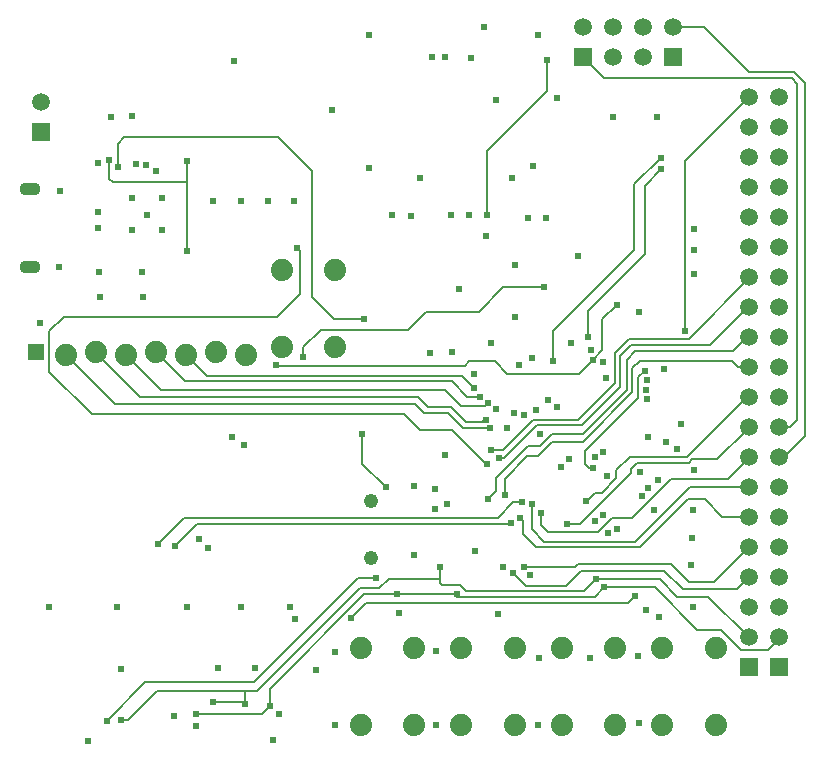
<source format=gbr>
%TF.GenerationSoftware,Novarm,DipTrace,3.2.0.1*%
%TF.CreationDate,2018-03-15T12:04:57-08:00*%
%FSLAX26Y26*%
%MOIN*%
%TF.FileFunction,Copper,L3,Inr*%
%TF.Part,Single*%
%AMOUTLINE1*
4,1,4,
0.026163,0.026163,
0.026205,-0.026121,
-0.026121,-0.026205,
-0.026163,0.026163,
0.026163,0.026163,
0*%
%TA.AperFunction,Conductor*%
%ADD15C,0.007*%
%ADD17C,0.006*%
%TA.AperFunction,ComponentPad*%
%ADD33R,0.059055X0.059055*%
%ADD34C,0.059055*%
%ADD38O,0.070866X0.043307*%
%ADD45C,0.074*%
%ADD60R,0.05937X0.05937*%
%ADD61C,0.05937*%
%ADD65C,0.048*%
%TA.AperFunction,ViaPad*%
%ADD66C,0.024*%
%TA.AperFunction,ComponentPad*%
%ADD142OUTLINE1*%
G75*
G01*
%LPD*%
X971173Y2376227D2*
D15*
Y2303453D1*
Y2074445D1*
X972080Y2075352D1*
X712767Y2378479D2*
Y2315918D1*
X725231Y2303453D1*
X971173D1*
X740855Y2356572D2*
Y2431565D1*
X762727Y2453437D1*
X1275173D1*
X1387662Y2340949D1*
Y1922243D1*
X1462654Y1847251D1*
X1562767D1*
X2162580Y1953391D2*
D17*
X2024996D1*
X1943853Y1872248D1*
X1768872D1*
X1709503Y1812880D1*
X1418908D1*
X1359540Y1753511D1*
Y1722264D1*
X2325063Y1350631D2*
D15*
X2312361D1*
X2296941Y1366051D1*
Y1406672D1*
X2475267Y1584998D1*
Y1653740D1*
X2496920Y1675394D1*
X2631281Y1809755D2*
Y2375030D1*
X2844016Y2587765D1*
X1984474Y1412922D2*
X2025095D1*
X2125084Y1512911D1*
X2275068D1*
X2396931Y1634773D1*
Y1734763D1*
X2443801Y1781633D1*
X2643780D1*
X2849912Y1987765D1*
X2844016D1*
X2012596Y1384799D2*
X2028219D1*
X2137583Y1494163D1*
X2287567D1*
X2415679Y1622275D1*
Y1725389D1*
X2453175Y1762885D1*
X2715647D1*
X2840528Y1887765D1*
X2844016D1*
X874725Y1096839D2*
X962706Y1184820D1*
X2006696D1*
X2059641Y1237765D1*
X2087765D1*
X2053217Y1169197D2*
X2056341Y1166072D1*
X1006452D1*
X931460Y1091080D1*
X2844016Y1087765D2*
X2728593Y972343D1*
X2643814D1*
X2584445Y1031712D1*
X2275068D1*
X2265694Y1022338D1*
X2093838D1*
X2081338Y1184822D2*
X2090713Y1175446D1*
Y1131700D1*
X2134647Y1087765D1*
X2481107D1*
X2640655Y1247314D1*
X2696899D1*
X2756448Y1187765D1*
X2844016D1*
Y1287765D2*
X2647141D1*
X2465891Y1106516D1*
X2162768D1*
X2122141Y1147143D1*
Y1231516D1*
X2150265Y1200265D2*
Y1162764D1*
X2175079Y1137950D1*
X2340687D1*
X2387557Y1184820D1*
X2453571D1*
X2584807Y1316057D1*
X2775016D1*
X2850008Y1391049D1*
X2844016D1*
Y1387765D1*
X2237765Y1165891D2*
X2281516D1*
X2450050Y1334425D1*
Y1347303D1*
X2471923Y1369176D1*
X2644176D1*
X2656516Y1381516D1*
X2739911D1*
X2836935Y1478540D1*
X2846883D1*
X2837658Y1487765D1*
X2844016D1*
X2300265Y1240891D2*
Y1237765D1*
X2331516Y1269016D1*
X2353391D1*
X2403180Y1318805D1*
Y1344179D1*
X2446925Y1387924D1*
X2637530D1*
X2844016Y1594410D1*
Y1587765D1*
Y1687765D2*
X2809515D1*
X2787515Y1709765D1*
X2481297D1*
X2456299Y1684768D1*
Y1603526D1*
X2290692Y1437919D1*
X2187578D1*
X2140708Y1391049D1*
X2106336D1*
X2031344Y1316057D1*
Y1262937D1*
X2844016Y1787765D2*
X2837393D1*
X2790639Y1741012D1*
X2465673D1*
X2437551Y1712890D1*
Y1612901D1*
X2290692Y1466041D1*
X2187578D1*
X2146957Y1425420D1*
X2109461D1*
X2003222Y1319181D1*
Y1275096D1*
X1975267Y1247141D1*
X1634511Y1287935D2*
X1556394Y1366051D1*
Y1466041D1*
X2465891Y925266D2*
X2441100Y900475D1*
X1568893D1*
X1518898Y850481D1*
X2944016Y1387765D2*
X2962338D1*
X3031239Y1456667D1*
Y2634668D1*
X2993743Y2672164D1*
X2843759D1*
X2693786Y2822137D1*
X2590891D1*
X2190891Y1709641D2*
Y1806819D1*
X2462767Y2078694D1*
Y2297422D1*
X2550040Y2384694D1*
X2553164D1*
X2403391Y1894016D2*
X2356516Y1847141D1*
Y1744016D1*
X2325142Y1712642D1*
X1268924Y1694142D2*
D17*
X1272049Y1691017D1*
X1896983D1*
X1912607Y1706641D1*
X1996973D1*
X2037593Y1666020D1*
X2278520D1*
X2325142Y1712642D1*
X2362765Y953391D2*
D15*
X2531516D1*
X2672142Y812765D1*
X2750267D1*
X2819242Y743790D1*
X2906780D1*
X2944016Y781026D1*
Y787765D1*
X703391Y509641D2*
X831754Y638003D1*
X1193932D1*
X1540771Y984841D1*
X1603264D1*
X1672213Y931516D2*
X1872141D1*
Y922348D1*
X2331722D1*
X2362765Y953391D1*
X1247051Y556761D2*
Y616130D1*
X1562437Y931516D1*
X1672213D1*
X1002629Y532919D2*
X1223209D1*
X1247051Y556761D1*
X2171954Y2711777D2*
Y2609671D1*
X1970831Y2408547D1*
Y2194016D1*
X2844016Y787765D2*
Y781551D1*
X2334641Y981516D2*
X2547141D1*
X2606516Y922141D1*
X2709641D1*
X2844016Y787765D1*
X750265Y512765D2*
X775265D1*
X872381Y609881D1*
X1165810D1*
X1206431D1*
X1547020Y950470D1*
X1612638D1*
X1643885Y981717D1*
X1815742D1*
Y1022849D1*
Y981717D2*
Y969217D1*
X1822193Y962765D1*
X1881516D1*
X1903185Y941096D1*
X2294221D1*
X2334641Y981516D1*
X1165810Y564488D2*
Y609881D1*
X1057747Y572683D2*
X1157616D1*
X1165810Y564488D1*
X1981516Y1484641D2*
X1890882D1*
X1840739Y1534784D1*
X1762622D1*
X1731376Y1566030D1*
X730751D1*
X569016Y1727765D1*
X1947141Y1587767D2*
X1906516D1*
X1853391Y1640891D1*
X965890D1*
X869016Y1737765D1*
X1928391Y1619016D2*
X1887767Y1659641D1*
X1037141D1*
X969016Y1727765D1*
X1975265Y1569015D2*
X1965891Y1559641D1*
X1884625D1*
X1831365Y1612901D1*
X883881D1*
X769016Y1727765D1*
X669016Y1737765D2*
X667500Y1736250D1*
X815847Y1587903D1*
X1740750D1*
X1775121Y1553532D1*
X1850113D1*
X1900254Y1503391D1*
X1956516D1*
X1967453Y1514328D1*
X1969016Y1512765D1*
X2944016Y1487765D2*
X2981096D1*
X3006242Y1512911D1*
Y2631544D1*
X2987494Y2650292D1*
X2362736D1*
X2290891Y2722137D1*
X2553164Y2347198D2*
X2497141Y2291175D1*
Y2065891D1*
X2306717Y1875467D1*
Y1787966D1*
X2844016Y987765D2*
X2846683D1*
X2806263Y947345D1*
X2625032D1*
X2562736Y1009641D1*
X2284244D1*
X2234448Y959844D1*
X2100087D1*
X2059466Y1000465D1*
X1971839Y1365915D2*
X1968987D1*
X1856362Y1478540D1*
X1746999D1*
X1693880Y1531659D1*
X653364D1*
X512754Y1672269D1*
Y1806630D1*
X562748Y1856625D1*
X1272049D1*
X1347041Y1931617D1*
Y2075352D1*
X1337667Y2084726D1*
D66*
X1278298Y531764D3*
X1400160Y678624D3*
X971173Y2376227D3*
X972080Y2075352D3*
X712767Y2378479D3*
X675236Y2150267D3*
Y2206588D3*
X740855Y2356572D3*
X1562767Y1847251D3*
X548817Y2276251D3*
X837719Y2194089D3*
X1153311Y2240960D3*
X1240802D3*
X1328293D3*
X787865Y2525264D3*
X681486Y1922243D3*
X481507Y1834752D3*
X825221Y1922243D3*
X681486D3*
X1983511Y1769147D3*
X2253196Y1769134D3*
X1983511Y1769147D3*
X2065891Y1853391D3*
X1877481Y1948051D3*
X2065891Y1853391D3*
X1578496Y2350361D3*
X1747788Y2318865D3*
X1578496Y2350361D3*
X2054087Y2318865D3*
X1747788D3*
X2125347Y2357448D3*
X2054087Y2318865D3*
X2141095Y2796424D3*
X2206326Y2584673D3*
X2125347Y2357448D3*
X1578496Y2794256D3*
X1961961Y2821214D3*
X1578496Y2794256D3*
Y2350361D3*
X1129057Y2709639D3*
X2478172Y500517D3*
X1465089Y494957D3*
X1802625Y495852D3*
X2140160D3*
X512765Y887765D3*
X1257906Y445751D3*
D3*
D3*
X1197141Y684641D3*
X1075194D3*
X972141Y887767D3*
X1150265D3*
X1797139Y1214587D3*
X1728390Y1059973D3*
X737767Y887767D3*
X972141D3*
X737767D3*
X1197141Y684641D3*
X1315891Y887765D3*
D3*
X1331614Y847159D3*
X1197141Y684641D3*
X2562538Y1681643D3*
X2023609Y1020485D3*
X2529693Y1210943D3*
X927799Y524675D3*
X640891Y440891D3*
X750011Y680841D3*
D3*
X1331614Y847159D3*
X1002629Y493155D3*
X2023609Y1020485D3*
X787998Y2250496D3*
X1059571Y2240960D3*
X887767Y2250265D3*
X1153311Y2240960D3*
X887625Y2144156D3*
X548817Y2276251D3*
X545692Y2020345D3*
X787998Y2144095D3*
X1831365Y1394173D3*
X1728390Y1291198D3*
X1797139Y1214587D3*
X1928391Y1665891D3*
X2656516Y1119019D3*
X2509641Y1284641D3*
X2656516Y1119019D3*
X2356722Y1706391D3*
X2162580Y1953391D3*
X2662765Y2078391D3*
X2003222Y2578424D3*
X1359540Y1722264D3*
X1162685Y1428545D3*
X1040823Y1084831D3*
X2162580Y1953391D3*
X2651572Y1028587D3*
X2487546Y1256735D3*
X2651572Y1028587D3*
X2368809Y1650397D3*
X2662767Y1997302D3*
D3*
X2275068Y2059729D3*
X1831365Y2722159D3*
X2477897Y1871646D3*
X2503170Y878603D3*
X2543790Y853605D3*
X2325063Y1350631D3*
X2496920Y1675394D3*
X2631281Y1809755D3*
X1984474Y1412922D3*
X2012596Y1384799D3*
X874725Y1096839D3*
X2087765Y1237765D3*
X2053217Y1169197D3*
X931460Y1091080D3*
X2093838Y1022338D3*
X2081338Y1184822D3*
X2122141Y1231516D3*
X2150265Y1200265D3*
X2115710Y994215D3*
X2243822Y1381675D3*
X2121960Y1719139D3*
X1968851Y2125347D3*
X2237765Y1165891D3*
X2300265Y1240891D3*
X2031344Y1262937D3*
X1975267Y1247141D3*
X2503391Y1644016D3*
X2503170Y1612901D3*
X2506294Y1581654D3*
X2619016Y1497141D3*
X2509641Y1453392D3*
X2569016Y1437765D3*
X2603391Y1415891D3*
X2359435Y1403547D3*
X1634511Y1287935D3*
X1556394Y1466041D3*
X2465891Y925266D3*
X1518898Y850481D3*
X869016Y2340891D3*
X800265Y2365891D3*
X1781670Y1736273D3*
X2371933Y1325431D3*
X2481516Y1337765D3*
X2662528Y1344179D3*
X2537541Y2522180D3*
X2190891Y1709641D3*
X2553164Y2384694D3*
X2540890Y1312765D3*
X2659642Y1212765D3*
X2662764Y2147139D3*
X2403391Y1894016D3*
X2325142Y1712642D3*
X2403391Y1894016D3*
X1918856Y2719034D3*
X1012520Y1116078D3*
X1122065Y1453542D3*
X1268924Y1694142D3*
X2362765Y953391D3*
X703391Y509641D3*
X1603264Y984841D3*
X1672213Y931516D3*
X2362765Y953391D3*
X1872141Y931516D3*
X1247051Y556761D3*
X1672213Y931516D3*
X1002629Y532919D3*
X1247051Y556761D3*
X1970831Y2194016D3*
X1850267D3*
X1912859D3*
X2171954Y2711777D3*
X1970831Y2194016D3*
X2334641Y981516D3*
X750265Y512765D3*
X1815742Y1022849D3*
X2334641Y981516D3*
X1165810Y564488D3*
X1057747Y572683D3*
X1165810Y564488D3*
X2003222Y1547282D3*
X1465778Y737992D3*
X2062765Y1534641D3*
X1803243Y741117D3*
X2134600Y1544016D3*
X2143832Y719244D3*
X2175079Y1578529D3*
X2331516Y1175267D3*
X2375058Y1134826D3*
X2475267Y725516D3*
X1981516Y1484641D3*
X1947141Y1587767D3*
X1928391Y1619016D3*
X1975265Y1569015D3*
X1969016Y1512765D3*
X834595Y2362822D3*
X1856372Y1737897D3*
X2331313Y1387924D3*
X2390891Y2522141D3*
X2553164Y2347198D3*
X2306717Y1787966D3*
X1837614Y1231691D3*
X1453391Y2544016D3*
X676328Y2369071D3*
X822096Y2003485D3*
X678361D3*
X718982Y2522180D3*
X2107996Y2184715D3*
X2168826D3*
X2065891Y2028113D3*
X2318814Y1744137D3*
X2065891Y2028113D3*
X2107996Y2184715D3*
X2059466Y1000465D3*
X1678391Y869016D3*
X2037765Y1484641D3*
X2009641Y865891D3*
X2093838Y1528213D3*
X2146957Y1466041D3*
X1931355Y1075104D3*
X2315891Y719016D3*
X2659643Y887764D3*
X2406305Y1147352D3*
X2359641Y1194016D3*
X2206516Y1556516D3*
X1797139Y1281516D3*
X1971839Y1365915D3*
X1337667Y2084726D3*
X1719007Y2192194D3*
X1656516Y2194016D3*
X1787620Y2722159D3*
X1719007Y2192194D3*
X2219016Y1353391D3*
X2078265Y1694142D3*
X1719007Y2192194D3*
D33*
X484631Y2472185D3*
D34*
Y2572185D3*
D38*
X449314Y2280188D3*
Y2020345D3*
D142*
X469016Y1737765D3*
D45*
X569016Y1727765D3*
X669016Y1737765D3*
X769016Y1727765D3*
X869016Y1737765D3*
X969016Y1727765D3*
X1069016Y1737765D3*
X1169016Y1727765D3*
D33*
X2844016Y687765D3*
D34*
Y787765D3*
Y887765D3*
Y987765D3*
Y1087765D3*
Y1187765D3*
Y1287765D3*
Y1387765D3*
Y1487765D3*
Y1587765D3*
Y1687765D3*
Y1787765D3*
Y1887765D3*
Y1987765D3*
Y2087765D3*
Y2187765D3*
Y2287765D3*
Y2387765D3*
Y2487765D3*
Y2587765D3*
D33*
X2944016Y687765D3*
D34*
Y787765D3*
Y887765D3*
Y987765D3*
Y1087765D3*
Y1187765D3*
Y1287765D3*
Y1387765D3*
Y1487765D3*
Y1587765D3*
Y1687765D3*
Y1787765D3*
Y1887765D3*
Y1987765D3*
Y2087765D3*
Y2187765D3*
Y2287765D3*
Y2387765D3*
Y2487765D3*
Y2587765D3*
D45*
X1287765Y1756516D3*
Y2012516D3*
X1465765Y1756516D3*
Y2012516D3*
X1550265Y494016D3*
Y750016D3*
X1728265Y494016D3*
Y750016D3*
X1885683Y494016D3*
Y750016D3*
X2063683Y494016D3*
Y750016D3*
X2221099Y494016D3*
Y750016D3*
X2399099Y494016D3*
Y750016D3*
X2556516Y494016D3*
Y750016D3*
X2734516Y494016D3*
Y750016D3*
D60*
X2590891Y2722137D3*
D61*
Y2822137D3*
X2490891Y2722137D3*
Y2822137D3*
X2390891Y2722137D3*
Y2822137D3*
D60*
X2290891Y2722137D3*
D61*
Y2822137D3*
D65*
X1584641Y1050269D3*
Y1240269D3*
M02*

</source>
